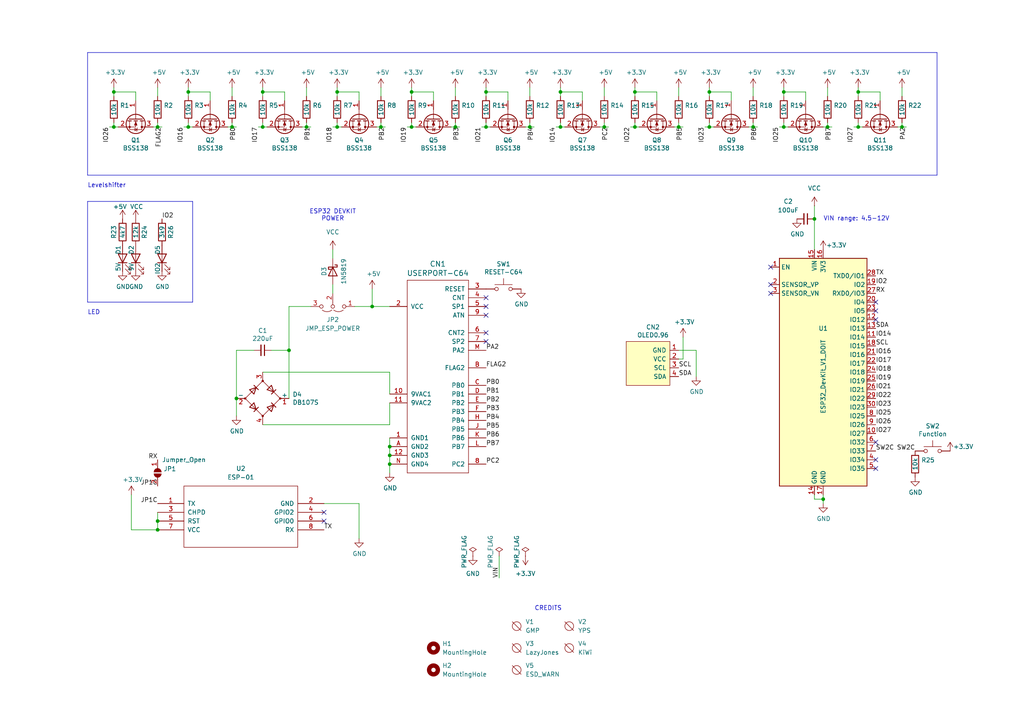
<source format=kicad_sch>
(kicad_sch (version 20231120) (generator "eeschema") (generator_version "8.0")
  (paper "A4")
  (title_block (title "WiC64 Plugin") (date "2024-05-26") (rev "0.6-Sukko") (comment 1 "(C) 2021 by GMP") (comment 2 "Modified by SukkoPera 2024") (comment 3 "https://github.com/SukkoPera/WiC64-Plus4"))
  (lib_symbols
    (symbol "Device:C_Small" (pin_numbers hide) (pin_names (offset 0.254) hide)
      (property "Reference" "C" (at 0.254 1.778 0))
      (property "Value" "C_Small" (at 0.254 -2.032 0))
      (symbol "C_Small_1_1"
        (pin passive line (at 0 2.54 270) (length 2.032) (name "~") (number "1"))
        (pin passive line (at 0 -2.54 90) (length 2.032) (name "~") (number "2"))
      )
    )
    (symbol "Device:D_Bridge_+-AA" (pin_names (offset 0))
      (property "Reference" "D" (at 2.54 6.985 0))
      (property "Value" "D_Bridge_+-AA" (at 2.54 5.08 0))
      (symbol "D_Bridge_+-AA_1_1"
        (pin passive line (at 7.62 0 180) (length 2.54) (name "+") (number "1"))
        (pin passive line (at -7.62 0 0) (length 2.54) (name "-") (number "2"))
        (pin passive line (at 0 7.62 270) (length 2.54) (name "~") (number "3"))
        (pin passive line (at 0 -7.62 90) (length 2.54) (name "~") (number "4"))
      )
    )
    (symbol "Device:D_Schottky" (pin_numbers hide) (pin_names (offset 1.016) hide)
      (property "Reference" "D" (at 0 2.54 0))
      (property "Value" "D_Schottky" (at 0 -2.54 0))
      (symbol "D_Schottky_1_1"
        (pin passive line (at -3.81 0 0) (length 2.54) (name "K") (number "1"))
        (pin passive line (at 3.81 0 180) (length 2.54) (name "A") (number "2"))
      )
    )
    (symbol "Device:LED" (pin_numbers hide) (pin_names (offset 1.016) hide)
      (property "Reference" "D" (at 0 2.54 0))
      (property "Value" "LED" (at 0 -2.54 0))
      (symbol "LED_1_1"
        (pin passive line (at -3.81 0 0) (length 2.54) (name "K") (number "1"))
        (pin passive line (at 3.81 0 180) (length 2.54) (name "A") (number "2"))
      )
    )
    (symbol "Device:R" (pin_numbers hide) (pin_names (offset 0))
      (property "Reference" "R" (at 2.032 0 90))
      (property "Value" "R" (at 0 0 90))
      (symbol "R_1_1"
        (pin passive line (at 0 3.81 270) (length 1.27) (name "~") (number "1"))
        (pin passive line (at 0 -3.81 90) (length 1.27) (name "~") (number "2"))
      )
    )
    (symbol "ESP8266:ESP-01" (pin_names (offset 1.016))
      (property "Reference" "U" (at 0 -2.54 0))
      (property "Value" "ESP-01" (at 0 2.54 0))
      (symbol "ESP-01_1_1"
        (pin output line (at -24.13 3.81 0) (length 7.62) (name "TX") (number "1"))
        (pin power_in line (at 24.13 3.81 180) (length 7.62) (name "GND") (number "2"))
        (pin input line (at -24.13 1.27 0) (length 7.62) (name "CHPD") (number "3"))
        (pin tri_state line (at 24.13 1.27 180) (length 7.62) (name "GPIO2") (number "4"))
        (pin input line (at -24.13 -1.27 0) (length 7.62) (name "RST") (number "5"))
        (pin tri_state line (at 24.13 -1.27 180) (length 7.62) (name "GPIO0") (number "6"))
        (pin power_in line (at -24.13 -3.81 0) (length 7.62) (name "VCC") (number "7"))
        (pin input line (at 24.13 -3.81 180) (length 7.62) (name "RX") (number "8"))
      )
    )
    (symbol "Jumper:Jumper_3_Open" (pin_names (offset 0) hide) (exclude_from_sim yes) (in_bom no)
      (property "Reference" "JP" (at -2.54 -2.54 0))
      (property "Value" "Jumper_3_Open" (at 0 2.794 0))
      (symbol "Jumper_3_Open_1_1"
        (pin passive line (at -6.35 0 0) (length 2.54) (name "A") (number "1"))
        (pin passive line (at 0 -3.81 90) (length 2.54) (name "C") (number "2"))
        (pin passive line (at 6.35 0 180) (length 2.54) (name "B") (number "3"))
      )
    )
    (symbol "Jumper:SolderJumper_2_Open" (pin_names (offset 0) hide)
      (property "Reference" "JP" (at 0 2.032 0))
      (property "Value" "SolderJumper_2_Open" (at 0 -2.54 0))
      (symbol "SolderJumper_2_Open_1_1"
        (pin passive line (at -3.81 0 0) (length 2.54) (name "A") (number "1"))
        (pin passive line (at 3.81 0 180) (length 2.54) (name "B") (number "2"))
      )
    )
    (symbol "Mechanical:MountingHole" (pin_names (offset 1.016)) (exclude_from_sim yes) (in_bom no)
      (property "Reference" "H" (at 0 5.08 0))
      (property "Value" "MountingHole" (at 0 3.175 0))
    )
    (symbol "SSD1306-128x64_OLED:SSD1306" (pin_names (offset 1.016))
      (property "Reference" "Brd" (at 0 -3.81 0))
      (property "Value" "SSD1306" (at 0 -1.27 0))
      (symbol "SSD1306_1_1"
        (pin input line (at -3.81 8.89 270) (length 2.54) (name "GND") (number "1"))
        (pin input line (at -1.27 8.89 270) (length 2.54) (name "VCC") (number "2"))
        (pin input line (at 1.27 8.89 270) (length 2.54) (name "SCL") (number "3"))
        (pin input line (at 3.81 8.89 270) (length 2.54) (name "SDA") (number "4"))
      )
    )
    (symbol "Switch:SW_Push" (pin_numbers hide) (pin_names (offset 1.016) hide)
      (property "Reference" "SW" (at 1.27 2.54 0))
      (property "Value" "SW_Push" (at 0 -1.524 0))
      (symbol "SW_Push_0_1"
        (pin passive line (at -5.08 0 0) (length 2.54) (name "1") (number "1"))
        (pin passive line (at 5.08 0 180) (length 2.54) (name "2") (number "2"))
      )
    )
    (symbol "Transistor_FET:BSS138" (pin_names hide)
      (property "Reference" "Q" (at 5.08 1.905 0))
      (property "Value" "BSS138" (at 5.08 0 0))
      (symbol "BSS138_1_1"
        (pin input line (at -5.08 0 0) (length 2.54) (name "G") (number "1"))
        (pin passive line (at 2.54 -5.08 90) (length 2.54) (name "S") (number "2"))
        (pin passive line (at 2.54 5.08 270) (length 2.54) (name "D") (number "3"))
      )
    )
    (symbol "cbm-connectors:USERPORT-C64-CONN" (pin_names (offset 1.016))
      (property "Reference" "CN" (at -10.16 28.448 0))
      (property "Value" "USERPORT-C64-CONN" (at -10.16 -30.48 0))
      (property "Footprint" "cbm-connectors:UPS24CONN" (at 0 0 0))
      (symbol "USERPORT-C64-CONN_1_0"
        (pin power_in line (at -15.24 -17.78 0) (length 5.08) (name "GND1") (number "1"))
        (pin power_out line (at -15.24 -5.08 0) (length 5.08) (name "9VAC1") (number "10"))
        (pin power_out line (at -15.24 -7.62 0) (length 5.08) (name "9VAC2") (number "11"))
        (pin power_in line (at -15.24 -22.86 0) (length 5.08) (name "GND3") (number "12"))
        (pin power_out line (at -15.24 20.32 0) (length 5.08) (name "VCC") (number "2"))
        (pin passive line (at 12.7 25.4 180) (length 5.08) (name "RESET") (number "3"))
        (pin input line (at 12.7 22.86 180) (length 5.08) (name "CNT") (number "4"))
        (pin bidirectional line (at 12.7 20.32 180) (length 5.08) (name "SP1") (number "5"))
        (pin input line (at 12.7 12.7 180) (length 5.08) (name "CNT2") (number "6"))
        (pin bidirectional line (at 12.7 10.16 180) (length 5.08) (name "SP2") (number "7"))
        (pin output line (at 12.7 -25.4 180) (length 5.08) (name "PC2") (number "8"))
        (pin output line (at 12.7 17.78 180) (length 5.08) (name "ATN") (number "9"))
        (pin power_in line (at -15.24 -20.32 0) (length 5.08) (name "GND2") (number "A"))
        (pin input line (at 12.7 2.54 180) (length 5.08) (name "FLAG2") (number "B"))
        (pin bidirectional line (at 12.7 -2.54 180) (length 5.08) (name "PB0") (number "C"))
        (pin bidirectional line (at 12.7 -5.08 180) (length 5.08) (name "PB1") (number "D"))
        (pin bidirectional line (at 12.7 -7.62 180) (length 5.08) (name "PB2") (number "E"))
        (pin bidirectional line (at 12.7 -10.16 180) (length 5.08) (name "PB3") (number "F"))
        (pin bidirectional line (at 12.7 -12.7 180) (length 5.08) (name "PB4") (number "H"))
        (pin bidirectional line (at 12.7 -15.24 180) (length 5.08) (name "PB5") (number "J"))
        (pin bidirectional line (at 12.7 -17.78 180) (length 5.08) (name "PB6") (number "K"))
        (pin bidirectional line (at 12.7 -20.32 180) (length 5.08) (name "PB7") (number "L"))
        (pin bidirectional line (at 12.7 7.62 180) (length 5.08) (name "PA2") (number "M"))
        (pin power_in line (at -15.24 -25.4 0) (length 5.08) (name "GND4") (number "N"))
      )
    )
    (symbol "esp32_devkit_v1_doit:ESP32_DevKit_V1_DOIT"
      (property "Reference" "U" (at -11.43 34.29 0))
      (property "Value" "ESP32_DevKit_V1_DOIT" (at 11.43 34.29 0))
      (symbol "ESP32_DevKit_V1_DOIT_1_1"
        (pin input line (at -15.24 30.48 0) (length 2.54) (name "EN") (number "1"))
        (pin bidirectional line (at 15.24 -17.78 180) (length 2.54) (name "IO27") (number "10"))
        (pin bidirectional line (at 15.24 10.16 180) (length 2.54) (name "IO14") (number "11"))
        (pin bidirectional line (at 15.24 15.24 180) (length 2.54) (name "IO12") (number "12"))
        (pin bidirectional line (at 15.24 12.7 180) (length 2.54) (name "IO13") (number "13"))
        (pin power_in line (at -2.54 -35.56 90) (length 2.54) (name "GND") (number "14"))
        (pin power_in line (at -2.54 35.56 270) (length 2.54) (name "VIN") (number "15"))
        (pin power_in line (at 0 35.56 270) (length 2.54) (name "3V3") (number "16"))
        (pin power_in line (at 0 -35.56 90) (length 2.54) (name "GND") (number "17"))
        (pin bidirectional line (at 15.24 7.62 180) (length 2.54) (name "IO15") (number "18"))
        (pin bidirectional line (at 15.24 25.4 180) (length 2.54) (name "IO2") (number "19"))
        (pin input line (at -15.24 25.4 0) (length 2.54) (name "SENSOR_VP") (number "2"))
        (pin bidirectional line (at 15.24 20.32 180) (length 2.54) (name "IO4") (number "20"))
        (pin bidirectional line (at 15.24 5.08 180) (length 2.54) (name "IO16") (number "21"))
        (pin bidirectional line (at 15.24 2.54 180) (length 2.54) (name "IO17") (number "22"))
        (pin bidirectional line (at 15.24 17.78 180) (length 2.54) (name "IO5") (number "23"))
        (pin bidirectional line (at 15.24 0 180) (length 2.54) (name "IO18") (number "24"))
        (pin bidirectional line (at 15.24 -2.54 180) (length 2.54) (name "IO19") (number "25"))
        (pin bidirectional line (at 15.24 -5.08 180) (length 2.54) (name "IO21") (number "26"))
        (pin bidirectional line (at 15.24 22.86 180) (length 2.54) (name "RXD0/IO3") (number "27"))
        (pin bidirectional line (at 15.24 27.94 180) (length 2.54) (name "TXD0/IO1") (number "28"))
        (pin bidirectional line (at 15.24 -7.62 180) (length 2.54) (name "IO22") (number "29"))
        (pin input line (at -15.24 22.86 0) (length 2.54) (name "SENSOR_VN") (number "3"))
        (pin bidirectional line (at 15.24 -10.16 180) (length 2.54) (name "IO23") (number "30"))
        (pin input line (at 15.24 -25.4 180) (length 2.54) (name "IO34") (number "4"))
        (pin input line (at 15.24 -27.94 180) (length 2.54) (name "IO35") (number "5"))
        (pin bidirectional line (at 15.24 -20.32 180) (length 2.54) (name "IO32") (number "6"))
        (pin bidirectional line (at 15.24 -22.86 180) (length 2.54) (name "IO33") (number "7"))
        (pin bidirectional line (at 15.24 -12.7 180) (length 2.54) (name "IO25") (number "8"))
        (pin bidirectional line (at 15.24 -15.24 180) (length 2.54) (name "IO26") (number "9"))
      )
    )
    (symbol "power:+3.3V" (power) (pin_names (offset 0))
      (property "Value" "+3.3V" (at 0 3.556 0))
      (symbol "+3.3V_1_1"
        (pin power_in line (at 0 0 90) (length 0) hide (name "+3.3V") (number "1"))
      )
    )
    (symbol "power:+5V" (power) (pin_names (offset 0))
      (property "Value" "+5V" (at 0 3.556 0))
      (symbol "+5V_1_1"
        (pin power_in line (at 0 0 90) (length 0) hide (name "+5V") (number "1"))
      )
    )
    (symbol "power:GND" (power) (pin_names (offset 0))
      (property "Value" "GND" (at 0 -3.81 0))
      (symbol "GND_1_1"
        (pin power_in line (at 0 0 270) (length 0) hide (name "GND") (number "1"))
      )
    )
    (symbol "power:PWR_FLAG" (power) (pin_numbers hide) (pin_names (offset 0) hide)
      (property "Value" "PWR_FLAG" (at 0 3.81 0))
      (symbol "PWR_FLAG_0_0"
        (pin power_out line (at 0 0 90) (length 0) (name "pwr") (number "1"))
      )
    )
    (symbol "power:VCC" (power) (pin_numbers hide) (pin_names (offset 0) hide)
      (property "Value" "VCC" (at 0 3.556 0))
      (symbol "VCC_1_1"
        (pin power_in line (at 0 0 90) (length 0) (name "~") (number "1"))
      )
    )
    (symbol "void:Void" (pin_numbers hide) (pin_names (offset 0) hide)
      (property "Reference" "V" (at 0 -2.54 0))
      (property "Value" "Void" (at 0 2.54 0))
    )
  )
  (junction (at 76.2 26.67))
  (junction (at 97.79 26.67))
  (junction (at 248.92 36.83))
  (junction (at 54.61 26.67))
  (junction (at 248.92 26.67))
  (junction (at 113.03 132.08))
  (junction (at 119.38 36.83))
  (junction (at 107.95 88.9))
  (junction (at 236.22 63.5))
  (junction (at 113.03 129.54))
  (junction (at 33.02 26.67))
  (junction (at 175.26 36.83))
  (junction (at 45.72 153.67))
  (junction (at 261.62 36.83))
  (junction (at 83.82 101.6))
  (junction (at 205.74 36.83))
  (junction (at 140.97 26.67))
  (junction (at 227.33 36.83))
  (junction (at 196.85 36.83))
  (junction (at 205.74 26.67))
  (junction (at 240.03 36.83))
  (junction (at 162.56 26.67))
  (junction (at 88.9 36.83))
  (junction (at 119.38 26.67))
  (junction (at 140.97 36.83))
  (junction (at 113.03 134.62))
  (junction (at 54.61 36.83))
  (junction (at 110.49 36.83))
  (junction (at 218.44 36.83))
  (junction (at 153.67 36.83))
  (junction (at 227.33 26.67))
  (junction (at 132.08 36.83))
  (junction (at 45.72 151.13))
  (junction (at 184.15 36.83))
  (junction (at 68.58 115.57))
  (junction (at 33.02 36.83))
  (junction (at 76.2 36.83))
  (junction (at 97.79 36.83))
  (junction (at 162.56 36.83))
  (junction (at 45.72 36.83))
  (junction (at 238.76 144.78))
  (junction (at 184.15 26.67))
  (junction (at 67.31 36.83))
  (no_connect (at 254 92.71))
  (no_connect (at 254 133.35))
  (no_connect (at 93.98 148.59))
  (no_connect (at 140.97 91.44))
  (no_connect (at 254 135.89))
  (no_connect (at 140.97 86.36))
  (no_connect (at 254 87.63))
  (no_connect (at 254 90.17))
  (no_connect (at 140.97 88.9))
  (no_connect (at 254 128.27))
  (no_connect (at 223.52 82.55))
  (no_connect (at 223.52 85.09))
  (no_connect (at 140.97 96.52))
  (no_connect (at 223.52 77.47))
  (no_connect (at 93.98 151.13))
  (no_connect (at 140.97 99.06))
  (wire (pts (xy 120.65 36.83) (xy 119.38 36.83)))
  (wire (pts (xy 173.99 36.83) (xy 175.26 36.83)))
  (wire (pts (xy 140.97 27.94) (xy 140.97 26.67)))
  (wire (pts (xy 147.32 29.21) (xy 147.32 26.67)))
  (wire (pts (xy 175.26 27.94) (xy 175.26 25.4)))
  (wire (pts (xy 109.22 36.83) (xy 110.49 36.83)))
  (wire (pts (xy 38.1 143.51) (xy 38.1 153.67)))
  (wire (pts (xy 184.15 36.83) (xy 184.15 35.56)))
  (wire (pts (xy 33.02 36.83) (xy 33.02 35.56)))
  (wire (pts (xy 248.92 36.83) (xy 248.92 35.56)))
  (wire (pts (xy 97.79 36.83) (xy 97.79 35.56)))
  (wire (pts (xy 207.01 36.83) (xy 205.74 36.83)))
  (wire (pts (xy 153.67 27.94) (xy 153.67 25.4)))
  (wire (pts (xy 147.32 26.67) (xy 140.97 26.67)))
  (polyline (pts (xy 271.78 50.8) (xy 25.4 50.8)))
  (wire (pts (xy 97.79 26.67) (xy 97.79 25.4)))
  (wire (pts (xy 175.26 36.83) (xy 175.26 35.56)))
  (wire (pts (xy 162.56 36.83) (xy 161.29 36.83)))
  (wire (pts (xy 248.92 36.83) (xy 247.65 36.83)))
  (wire (pts (xy 119.38 27.94) (xy 119.38 26.67)))
  (wire (pts (xy 119.38 26.67) (xy 119.38 25.4)))
  (wire (pts (xy 113.03 137.16) (xy 113.03 134.62)))
  (wire (pts (xy 82.55 26.67) (xy 76.2 26.67)))
  (wire (pts (xy 205.74 26.67) (xy 205.74 25.4)))
  (wire (pts (xy 227.33 26.67) (xy 227.33 25.4)))
  (wire (pts (xy 76.2 26.67) (xy 76.2 25.4)))
  (polyline (pts (xy 25.4 58.42) (xy 55.88 58.42)))
  (wire (pts (xy 54.61 27.94) (xy 54.61 26.67)))
  (wire (pts (xy 190.5 26.67) (xy 184.15 26.67)))
  (wire (pts (xy 152.4 36.83) (xy 153.67 36.83)))
  (wire (pts (xy 34.29 36.83) (xy 33.02 36.83)))
  (wire (pts (xy 217.17 36.83) (xy 218.44 36.83)))
  (wire (pts (xy 113.03 132.08) (xy 113.03 129.54)))
  (wire (pts (xy 45.72 36.83) (xy 45.72 35.56)))
  (wire (pts (xy 240.03 27.94) (xy 240.03 25.4)))
  (wire (pts (xy 238.76 143.51) (xy 238.76 144.78)))
  (wire (pts (xy 248.92 27.94) (xy 248.92 26.67)))
  (wire (pts (xy 227.33 27.94) (xy 227.33 26.67)))
  (wire (pts (xy 97.79 27.94) (xy 97.79 26.67)))
  (wire (pts (xy 228.6 36.83) (xy 227.33 36.83)))
  (wire (pts (xy 45.72 151.13) (xy 45.72 153.67)))
  (wire (pts (xy 104.14 26.67) (xy 97.79 26.67)))
  (wire (pts (xy 96.52 82.55) (xy 96.52 85.09)))
  (wire (pts (xy 110.49 36.83) (xy 110.49 35.56)))
  (wire (pts (xy 168.91 29.21) (xy 168.91 26.67)))
  (wire (pts (xy 39.37 26.67) (xy 33.02 26.67)))
  (wire (pts (xy 119.38 36.83) (xy 119.38 35.56)))
  (wire (pts (xy 76.2 36.83) (xy 74.93 36.83)))
  (wire (pts (xy 60.96 26.67) (xy 54.61 26.67)))
  (wire (pts (xy 261.62 36.83) (xy 261.62 35.56)))
  (wire (pts (xy 107.95 88.9) (xy 107.95 83.82)))
  (wire (pts (xy 140.97 36.83) (xy 139.7 36.83)))
  (wire (pts (xy 125.73 26.67) (xy 119.38 26.67)))
  (wire (pts (xy 240.03 36.83) (xy 241.3 36.83)))
  (wire (pts (xy 38.1 153.67) (xy 45.72 153.67)))
  (wire (pts (xy 67.31 36.83) (xy 67.31 35.56)))
  (wire (pts (xy 196.85 27.94) (xy 196.85 25.4)))
  (wire (pts (xy 195.58 36.83) (xy 196.85 36.83)))
  (wire (pts (xy 212.09 29.21) (xy 212.09 26.67)))
  (wire (pts (xy 205.74 27.94) (xy 205.74 26.67)))
  (wire (pts (xy 54.61 36.83) (xy 53.34 36.83)))
  (wire (pts (xy 76.2 123.19) (xy 113.03 123.19)))
  (polyline (pts (xy 25.4 58.42) (xy 25.4 87.63)))
  (wire (pts (xy 132.08 27.94) (xy 132.08 25.4)))
  (wire (pts (xy 45.72 36.83) (xy 46.99 36.83)))
  (wire (pts (xy 73.66 101.6) (xy 68.58 101.6)))
  (wire (pts (xy 260.35 36.83) (xy 261.62 36.83)))
  (wire (pts (xy 144.78 161.29) (xy 144.78 167.64)))
  (wire (pts (xy 88.9 36.83) (xy 88.9 35.56)))
  (wire (pts (xy 162.56 26.67) (xy 162.56 25.4)))
  (wire (pts (xy 238.76 36.83) (xy 240.03 36.83)))
  (wire (pts (xy 97.79 36.83) (xy 96.52 36.83)))
  (wire (pts (xy 104.14 146.05) (xy 104.14 156.21)))
  (wire (pts (xy 168.91 26.67) (xy 162.56 26.67)))
  (wire (pts (xy 113.03 123.19) (xy 113.03 116.84)))
  (wire (pts (xy 205.74 36.83) (xy 204.47 36.83)))
  (wire (pts (xy 196.85 104.14) (xy 198.12 104.14)))
  (wire (pts (xy 196.85 101.6) (xy 201.93 101.6)))
  (wire (pts (xy 119.38 36.83) (xy 118.11 36.83)))
  (wire (pts (xy 113.03 88.9) (xy 107.95 88.9)))
  (wire (pts (xy 236.22 63.5) (xy 236.22 72.39)))
  (wire (pts (xy 54.61 36.83) (xy 54.61 35.56)))
  (wire (pts (xy 198.12 104.14) (xy 198.12 97.79)))
  (wire (pts (xy 102.87 88.9) (xy 107.95 88.9)))
  (wire (pts (xy 113.03 129.54) (xy 113.03 127)))
  (wire (pts (xy 125.73 29.21) (xy 125.73 26.67)))
  (polyline (pts (xy 271.78 15.24) (xy 271.78 50.8)))
  (wire (pts (xy 104.14 29.21) (xy 104.14 26.67)))
  (wire (pts (xy 66.04 36.83) (xy 67.31 36.83)))
  (wire (pts (xy 33.02 26.67) (xy 33.02 25.4)))
  (wire (pts (xy 142.24 36.83) (xy 140.97 36.83)))
  (wire (pts (xy 110.49 36.83) (xy 111.76 36.83)))
  (wire (pts (xy 248.92 26.67) (xy 248.92 25.4)))
  (wire (pts (xy 67.31 36.83) (xy 68.58 36.83)))
  (wire (pts (xy 163.83 36.83) (xy 162.56 36.83)))
  (wire (pts (xy 261.62 36.83) (xy 262.89 36.83)))
  (wire (pts (xy 153.67 36.83) (xy 153.67 35.56)))
  (wire (pts (xy 236.22 63.5) (xy 236.22 59.69)))
  (wire (pts (xy 45.72 27.94) (xy 45.72 25.4)))
  (wire (pts (xy 205.74 36.83) (xy 205.74 35.56)))
  (wire (pts (xy 55.88 36.83) (xy 54.61 36.83)))
  (wire (pts (xy 67.31 27.94) (xy 67.31 25.4)))
  (polyline (pts (xy 25.4 15.24) (xy 271.78 15.24)))
  (wire (pts (xy 33.02 36.83) (xy 31.75 36.83)))
  (wire (pts (xy 88.9 27.94) (xy 88.9 25.4)))
  (wire (pts (xy 132.08 36.83) (xy 133.35 36.83)))
  (wire (pts (xy 140.97 36.83) (xy 140.97 35.56)))
  (wire (pts (xy 78.74 101.6) (xy 83.82 101.6)))
  (wire (pts (xy 238.76 144.78) (xy 238.76 146.05)))
  (wire (pts (xy 184.15 36.83) (xy 182.88 36.83)))
  (wire (pts (xy 76.2 107.95) (xy 113.03 107.95)))
  (wire (pts (xy 83.82 88.9) (xy 90.17 88.9)))
  (wire (pts (xy 236.22 144.78) (xy 238.76 144.78)))
  (wire (pts (xy 261.62 27.94) (xy 261.62 25.4)))
  (wire (pts (xy 196.85 36.83) (xy 198.12 36.83)))
  (polyline (pts (xy 25.4 15.24) (xy 25.4 50.8)))
  (wire (pts (xy 83.82 101.6) (xy 83.82 115.57)))
  (wire (pts (xy 184.15 27.94) (xy 184.15 26.67)))
  (wire (pts (xy 76.2 27.94) (xy 76.2 26.67)))
  (wire (pts (xy 54.61 26.67) (xy 54.61 25.4)))
  (wire (pts (xy 185.42 36.83) (xy 184.15 36.83)))
  (wire (pts (xy 77.47 36.83) (xy 76.2 36.83)))
  (wire (pts (xy 240.03 36.83) (xy 240.03 35.56)))
  (wire (pts (xy 83.82 88.9) (xy 83.82 101.6)))
  (wire (pts (xy 250.19 36.83) (xy 248.92 36.83)))
  (wire (pts (xy 113.03 107.95) (xy 113.03 114.3)))
  (wire (pts (xy 96.52 72.39) (xy 96.52 74.93)))
  (wire (pts (xy 153.67 36.83) (xy 154.94 36.83)))
  (wire (pts (xy 76.2 36.83) (xy 76.2 35.56)))
  (wire (pts (xy 132.08 36.83) (xy 132.08 35.56)))
  (wire (pts (xy 39.37 29.21) (xy 39.37 26.67)))
  (wire (pts (xy 45.72 148.59) (xy 45.72 151.13)))
  (wire (pts (xy 233.68 29.21) (xy 233.68 26.67)))
  (wire (pts (xy 233.68 26.67) (xy 227.33 26.67)))
  (wire (pts (xy 60.96 29.21) (xy 60.96 26.67)))
  (polyline (pts (xy 55.88 58.42) (xy 55.88 87.63)))
  (wire (pts (xy 87.63 36.83) (xy 88.9 36.83)))
  (wire (pts (xy 218.44 36.83) (xy 218.44 35.56)))
  (wire (pts (xy 93.98 146.05) (xy 104.14 146.05)))
  (wire (pts (xy 175.26 36.83) (xy 176.53 36.83)))
  (wire (pts (xy 255.27 26.67) (xy 248.92 26.67)))
  (wire (pts (xy 227.33 36.83) (xy 227.33 35.56)))
  (wire (pts (xy 88.9 36.83) (xy 90.17 36.83)))
  (wire (pts (xy 184.15 26.67) (xy 184.15 25.4)))
  (wire (pts (xy 68.58 120.65) (xy 68.58 115.57)))
  (wire (pts (xy 99.06 36.83) (xy 97.79 36.83)))
  (wire (pts (xy 113.03 134.62) (xy 113.03 132.08)))
  (wire (pts (xy 130.81 36.83) (xy 132.08 36.83)))
  (wire (pts (xy 162.56 27.94) (xy 162.56 26.67)))
  (wire (pts (xy 218.44 27.94) (xy 218.44 25.4)))
  (wire (pts (xy 227.33 36.83) (xy 226.06 36.83)))
  (wire (pts (xy 82.55 29.21) (xy 82.55 26.67)))
  (wire (pts (xy 68.58 101.6) (xy 68.58 115.57)))
  (wire (pts (xy 110.49 27.94) (xy 110.49 25.4)))
  (wire (pts (xy 255.27 29.21) (xy 255.27 26.67)))
  (wire (pts (xy 236.22 143.51) (xy 236.22 144.78)))
  (wire (pts (xy 140.97 26.67) (xy 140.97 25.4)))
  (wire (pts (xy 190.5 29.21) (xy 190.5 26.67)))
  (wire (pts (xy 212.09 26.67) (xy 205.74 26.67)))
  (wire (pts (xy 44.45 36.83) (xy 45.72 36.83)))
  (polyline (pts (xy 55.88 87.63) (xy 25.4 87.63)))
  (wire (pts (xy 218.44 36.83) (xy 219.71 36.83)))
  (wire (pts (xy 33.02 27.94) (xy 33.02 26.67)))
  (wire (pts (xy 201.93 101.6) (xy 201.93 109.22)))
  (wire (pts (xy 162.56 36.83) (xy 162.56 35.56)))
  (wire (pts (xy 196.85 36.83) (xy 196.85 35.56)))
  (text "VIN range: 4.5-12V" (at 248.412 63.5 0) (effects (font (size 1.27 1.27))))
  (text "CREDITS" (at 159.004 176.53 0) (effects (font (size 1.27 1.27))))
  (text "Levelshifter" (at 25.4 54.61 0) (effects (font (size 1.27 1.27)) (justify left bottom)))
  (text "LED" (at 25.4 91.44 0) (effects (font (size 1.27 1.27)) (justify left bottom)))
  (text "ESP32 DEVKIT\nPOWER" (at 96.52 62.484 0) (effects (font (size 1.27 1.27))))
  (label "SW2C" (at 254 130.81 0))
  (label "PB5" (at 198.12 36.83 270))
  (label "IO21" (at 254 113.03 0))
  (label "FLAG2" (at 140.97 106.68 0))
  (label "IO16" (at 254 102.87 0))
  (label "IO21" (at 139.7 36.83 270))
  (label "VIN" (at 144.78 167.64 90))
  (label "IO17" (at 254 105.41 0))
  (label "PB5" (at 140.97 124.46 0))
  (label "PC2" (at 140.97 134.62 0))
  (label "PB0" (at 140.97 111.76 0))
  (label "IO17" (at 74.93 36.83 270))
  (label "PC2" (at 176.53 36.83 270))
  (label "IO23" (at 204.47 36.83 270))
  (label "IO14" (at 254 97.79 0))
  (label "PB7" (at 140.97 129.54 0))
  (label "PB4" (at 154.94 36.83 270))
  (label "PB6" (at 140.97 127 0))
  (label "FLAG2" (at 46.99 36.83 270))
  (label "PA2" (at 262.89 36.83 270))
  (label "IO2" (at 254 82.55 0))
  (label "IO18" (at 96.52 36.83 270))
  (label "IO27" (at 247.65 36.83 270))
  (label "IO19" (at 118.11 36.83 270))
  (label "IO26" (at 254 123.19 0))
  (label "RX" (at 254 85.09 0))
  (label "RX" (at 45.72 133.35 180))
  (label "PB3" (at 140.97 119.38 0))
  (label "JP1C" (at 45.72 140.97 180))
  (label "PB4" (at 140.97 121.92 0))
  (label "PB3" (at 133.35 36.83 270))
  (label "IO25" (at 254 120.65 0))
  (label "SCL" (at 254 100.33 0))
  (label "IO25" (at 226.06 36.83 270))
  (label "PB7" (at 241.3 36.83 270))
  (label "PB2" (at 111.76 36.83 270))
  (label "IO18" (at 254 107.95 0))
  (label "PB0" (at 68.58 36.83 270))
  (label "SW2C" (at 265.43 130.81 180))
  (label "IO23" (at 254 118.11 0))
  (label "PB1" (at 90.17 36.83 270))
  (label "IO19" (at 254 110.49 0))
  (label "TX" (at 254 80.01 0))
  (label "PA2" (at 140.97 101.6 0))
  (label "IO27" (at 254 125.73 0))
  (label "SDA" (at 196.85 109.22 0))
  (label "SDA" (at 254 95.25 0))
  (label "PB1" (at 140.97 114.3 0))
  (label "IO2" (at 46.99 63.5 0))
  (label "PB6" (at 219.71 36.83 270))
  (label "IO14" (at 161.29 36.83 270))
  (label "JP1C" (at 45.72 146.05 180))
  (label "IO22" (at 182.88 36.83 270))
  (label "IO16" (at 53.34 36.83 270))
  (label "PB2" (at 140.97 116.84 0))
  (label "IO26" (at 31.75 36.83 270))
  (label "IO22" (at 254 115.57 0))
  (label "TX" (at 93.98 153.67 0))
  (label "SCL" (at 196.85 106.68 0))
  (symbol (lib_id "cbm-connectors:USERPORT-C64-CONN") (at 128.27 109.22 0) (unit 1)
    (property "Reference" "CN1" (at 127 76.5556 0) (effects (font (size 1.4986 1.4986))))
    (property "Value" "USERPORT-C64" (at 127 79.2226 0) (effects (font (size 1.4986 1.4986))))
    (property "Footprint" "cbm-connectors:UPS24CONN" (effects (hide yes)))
  )
  (symbol (lib_id "power:GND") (at 113.03 137.16 0) (unit 1)
    (property "Reference" "#PWR031" (effects (hide yes)))
    (property "Value" "GND" (at 113.157 141.5542 0))
  )
  (symbol (lib_id "power:+5V") (at 107.95 83.82 0) (unit 1)
    (property "Reference" "#PWR028" (effects (hide yes)))
    (property "Value" "+5V" (at 108.331 79.4258 0))
  )
  (symbol (lib_id "Switch:SW_Push") (at 146.05 83.82 0) (unit 1)
    (property "Reference" "SW1" (at 146.05 76.581 0))
    (property "Value" "RESET-C64" (at 146.05 78.8924 0))
    (property "Footprint" "Button_Switch_THT:SW_Tactile_SPST_Angled_PTS645Vx58-2LFS" (effects (hide yes)))
    (property "LCSC" "C406160" (effects (hide yes)))
  )
  (symbol (lib_id "power:GND") (at 151.13 83.82 0) (unit 1)
    (property "Reference" "#PWR029" (effects (hide yes)))
    (property "Value" "GND" (at 151.257 88.2142 0))
  )
  (symbol (lib_id "esp32_devkit_v1_doit:ESP32_DevKit_V1_DOIT") (at 238.76 107.95 0) (unit 1)
    (property "Reference" "U1" (at 238.76 95.25 0))
    (property "Value" "ESP32_DevKit_V1_DOIT" (at 238.76 109.22 90))
    (property "Footprint" "WiC64:esp32_devkit_v1_doit" (effects (hide yes)))
    (property "Datasheet" "https://aliexpress.com/item/32864722159.html" (effects (hide yes)))
  )
  (symbol (lib_id "Transistor_FET:BSS138") (at 39.37 34.29 270) (unit 1)
    (property "Reference" "Q1" (at 39.37 40.64 90))
    (property "Value" "BSS138" (at 39.37 42.9514 90))
    (property "Footprint" "Package_TO_SOT_SMD:SOT-23" (effects (hide yes)))
    (property "Datasheet" "https://www.fairchildsemi.com/datasheets/BS/BSS138.pdf" (effects (hide yes)))
    (property "LCSC" "C112239" (effects (hide yes)))
  )
  (symbol (lib_id "Device:R") (at 33.02 31.75 0) (unit 1)
    (property "Reference" "R1" (at 34.798 30.5816 0) (effects (justify left)))
    (property "Value" "10k" (at 33.02 31.75 90))
    (property "Footprint" "Resistor_SMD:R_0805_2012Metric_Pad1.20x1.40mm_HandSolder" (effects (hide yes)))
    (property "LCSC" "C25804" (effects (hide yes)))
  )
  (symbol (lib_id "power:+3.3V") (at 33.02 25.4 0) (unit 1)
    (property "Reference" "#PWR01" (effects (hide yes)))
    (property "Value" "+3.3V" (at 33.401 21.0058 0))
  )
  (symbol (lib_id "power:+5V") (at 45.72 25.4 0) (unit 1)
    (property "Reference" "#PWR02" (effects (hide yes)))
    (property "Value" "+5V" (at 46.101 21.0058 0))
  )
  (symbol (lib_id "Device:R") (at 45.72 31.75 0) (unit 1)
    (property "Reference" "R2" (at 47.498 30.5816 0) (effects (justify left)))
    (property "Value" "10k" (at 45.72 31.75 90))
    (property "Footprint" "Resistor_SMD:R_0805_2012Metric_Pad1.20x1.40mm_HandSolder" (effects (hide yes)))
    (property "LCSC" "C25804" (effects (hide yes)))
  )
  (symbol (lib_id "Transistor_FET:BSS138") (at 60.96 34.29 270) (unit 1)
    (property "Reference" "Q2" (at 60.96 40.64 90))
    (property "Value" "BSS138" (at 60.96 42.9514 90))
    (property "Footprint" "Package_TO_SOT_SMD:SOT-23" (effects (hide yes)))
    (property "Datasheet" "https://www.fairchildsemi.com/datasheets/BS/BSS138.pdf" (effects (hide yes)))
    (property "LCSC" "C112239" (effects (hide yes)))
  )
  (symbol (lib_id "Device:R") (at 54.61 31.75 0) (unit 1)
    (property "Reference" "R3" (at 56.388 30.5816 0) (effects (justify left)))
    (property "Value" "10k" (at 54.61 31.75 90))
    (property "Footprint" "Resistor_SMD:R_0805_2012Metric_Pad1.20x1.40mm_HandSolder" (effects (hide yes)))
    (property "LCSC" "C25804" (effects (hide yes)))
  )
  (symbol (lib_id "power:+3.3V") (at 54.61 25.4 0) (unit 1)
    (property "Reference" "#PWR03" (effects (hide yes)))
    (property "Value" "+3.3V" (at 54.991 21.0058 0))
  )
  (symbol (lib_id "power:+5V") (at 67.31 25.4 0) (unit 1)
    (property "Reference" "#PWR04" (effects (hide yes)))
    (property "Value" "+5V" (at 67.691 21.0058 0))
  )
  (symbol (lib_id "Device:R") (at 67.31 31.75 0) (unit 1)
    (property "Reference" "R4" (at 69.088 30.5816 0) (effects (justify left)))
    (property "Value" "10k" (at 67.31 31.75 90))
    (property "Footprint" "Resistor_SMD:R_0805_2012Metric_Pad1.20x1.40mm_HandSolder" (effects (hide yes)))
    (property "LCSC" "C25804" (effects (hide yes)))
  )
  (symbol (lib_id "Transistor_FET:BSS138") (at 82.55 34.29 270) (unit 1)
    (property "Reference" "Q3" (at 82.55 40.64 90))
    (property "Value" "BSS138" (at 82.55 42.9514 90))
    (property "Footprint" "Package_TO_SOT_SMD:SOT-23" (effects (hide yes)))
    (property "Datasheet" "https://www.fairchildsemi.com/datasheets/BS/BSS138.pdf" (effects (hide yes)))
    (property "LCSC" "C112239" (effects (hide yes)))
  )
  (symbol (lib_id "Device:R") (at 76.2 31.75 0) (unit 1)
    (property "Reference" "R5" (at 77.978 30.5816 0) (effects (justify left)))
    (property "Value" "10k" (at 76.2 31.75 90))
    (property "Footprint" "Resistor_SMD:R_0805_2012Metric_Pad1.20x1.40mm_HandSolder" (effects (hide yes)))
    (property "LCSC" "C25804" (effects (hide yes)))
  )
  (symbol (lib_id "power:+3.3V") (at 76.2 25.4 0) (unit 1)
    (property "Reference" "#PWR05" (effects (hide yes)))
    (property "Value" "+3.3V" (at 76.581 21.0058 0))
  )
  (symbol (lib_id "power:+5V") (at 88.9 25.4 0) (unit 1)
    (property "Reference" "#PWR06" (effects (hide yes)))
    (property "Value" "+5V" (at 89.281 21.0058 0))
  )
  (symbol (lib_id "Device:R") (at 88.9 31.75 0) (unit 1)
    (property "Reference" "R6" (at 90.678 30.5816 0) (effects (justify left)))
    (property "Value" "10k" (at 88.9 31.75 90))
    (property "Footprint" "Resistor_SMD:R_0805_2012Metric_Pad1.20x1.40mm_HandSolder" (effects (hide yes)))
    (property "LCSC" "C25804" (effects (hide yes)))
  )
  (symbol (lib_id "Transistor_FET:BSS138") (at 104.14 34.29 270) (unit 1)
    (property "Reference" "Q4" (at 104.14 40.64 90))
    (property "Value" "BSS138" (at 104.14 42.9514 90))
    (property "Footprint" "Package_TO_SOT_SMD:SOT-23" (effects (hide yes)))
    (property "Datasheet" "https://www.fairchildsemi.com/datasheets/BS/BSS138.pdf" (effects (hide yes)))
    (property "LCSC" "C112239" (effects (hide yes)))
  )
  (symbol (lib_id "Device:R") (at 97.79 31.75 0) (unit 1)
    (property "Reference" "R7" (at 99.568 30.5816 0) (effects (justify left)))
    (property "Value" "10k" (at 97.79 31.75 90))
    (property "Footprint" "Resistor_SMD:R_0805_2012Metric_Pad1.20x1.40mm_HandSolder" (effects (hide yes)))
    (property "LCSC" "C25804" (effects (hide yes)))
  )
  (symbol (lib_id "power:+3.3V") (at 97.79 25.4 0) (unit 1)
    (property "Reference" "#PWR07" (effects (hide yes)))
    (property "Value" "+3.3V" (at 98.171 21.0058 0))
  )
  (symbol (lib_id "power:+5V") (at 110.49 25.4 0) (unit 1)
    (property "Reference" "#PWR08" (effects (hide yes)))
    (property "Value" "+5V" (at 110.871 21.0058 0))
  )
  (symbol (lib_id "Device:R") (at 110.49 31.75 0) (unit 1)
    (property "Reference" "R8" (at 112.268 30.5816 0) (effects (justify left)))
    (property "Value" "10k" (at 110.49 31.75 90))
    (property "Footprint" "Resistor_SMD:R_0805_2012Metric_Pad1.20x1.40mm_HandSolder" (effects (hide yes)))
    (property "LCSC" "C25804" (effects (hide yes)))
  )
  (symbol (lib_id "Transistor_FET:BSS138") (at 125.73 34.29 270) (unit 1)
    (property "Reference" "Q5" (at 125.73 40.64 90))
    (property "Value" "BSS138" (at 125.73 42.9514 90))
    (property "Footprint" "Package_TO_SOT_SMD:SOT-23" (effects (hide yes)))
    (property "Datasheet" "https://www.fairchildsemi.com/datasheets/BS/BSS138.pdf" (effects (hide yes)))
    (property "LCSC" "C112239" (effects (hide yes)))
  )
  (symbol (lib_id "Device:R") (at 119.38 31.75 0) (unit 1)
    (property "Reference" "R9" (at 121.158 30.5816 0) (effects (justify left)))
    (property "Value" "10k" (at 119.38 31.75 90))
    (property "Footprint" "Resistor_SMD:R_0805_2012Metric_Pad1.20x1.40mm_HandSolder" (effects (hide yes)))
    (property "LCSC" "C25804" (effects (hide yes)))
  )
  (symbol (lib_id "power:+3.3V") (at 119.38 25.4 0) (unit 1)
    (property "Reference" "#PWR09" (effects (hide yes)))
    (property "Value" "+3.3V" (at 119.761 21.0058 0))
  )
  (symbol (lib_id "power:+5V") (at 132.08 25.4 0) (unit 1)
    (property "Reference" "#PWR010" (effects (hide yes)))
    (property "Value" "+5V" (at 132.461 21.0058 0))
  )
  (symbol (lib_id "Device:R") (at 132.08 31.75 0) (unit 1)
    (property "Reference" "R10" (at 133.858 30.5816 0) (effects (justify left)))
    (property "Value" "10k" (at 132.08 31.75 90))
    (property "Footprint" "Resistor_SMD:R_0805_2012Metric_Pad1.20x1.40mm_HandSolder" (effects (hide yes)))
    (property "LCSC" "C25804" (effects (hide yes)))
  )
  (symbol (lib_id "Transistor_FET:BSS138") (at 147.32 34.29 270) (unit 1)
    (property "Reference" "Q6" (at 147.32 40.64 90))
    (property "Value" "BSS138" (at 147.32 42.9514 90))
    (property "Footprint" "Package_TO_SOT_SMD:SOT-23" (effects (hide yes)))
    (property "Datasheet" "https://www.fairchildsemi.com/datasheets/BS/BSS138.pdf" (effects (hide yes)))
    (property "LCSC" "C112239" (effects (hide yes)))
  )
  (symbol (lib_id "Device:R") (at 140.97 31.75 0) (unit 1)
    (property "Reference" "R11" (at 142.748 30.5816 0) (effects (justify left)))
    (property "Value" "10k" (at 140.97 31.75 90))
    (property "Footprint" "Resistor_SMD:R_0805_2012Metric_Pad1.20x1.40mm_HandSolder" (effects (hide yes)))
    (property "LCSC" "C25804" (effects (hide yes)))
  )
  (symbol (lib_id "power:+3.3V") (at 140.97 25.4 0) (unit 1)
    (property "Reference" "#PWR011" (effects (hide yes)))
    (property "Value" "+3.3V" (at 141.351 21.0058 0))
  )
  (symbol (lib_id "power:+5V") (at 153.67 25.4 0) (unit 1)
    (property "Reference" "#PWR012" (effects (hide yes)))
    (property "Value" "+5V" (at 154.051 21.0058 0))
  )
  (symbol (lib_id "Device:R") (at 153.67 31.75 0) (unit 1)
    (property "Reference" "R12" (at 155.448 30.5816 0) (effects (justify left)))
    (property "Value" "10k" (at 153.67 31.75 90))
    (property "Footprint" "Resistor_SMD:R_0805_2012Metric_Pad1.20x1.40mm_HandSolder" (effects (hide yes)))
    (property "LCSC" "C25804" (effects (hide yes)))
  )
  (symbol (lib_id "Transistor_FET:BSS138") (at 168.91 34.29 270) (unit 1)
    (property "Reference" "Q7" (at 168.91 40.64 90))
    (property "Value" "BSS138" (at 168.91 42.9514 90))
    (property "Footprint" "Package_TO_SOT_SMD:SOT-23" (effects (hide yes)))
    (property "Datasheet" "https://www.fairchildsemi.com/datasheets/BS/BSS138.pdf" (effects (hide yes)))
    (property "LCSC" "C112239" (effects (hide yes)))
  )
  (symbol (lib_id "Device:R") (at 162.56 31.75 0) (unit 1)
    (property "Reference" "R13" (at 164.338 30.5816 0) (effects (justify left)))
    (property "Value" "10k" (at 162.56 31.75 90))
    (property "Footprint" "Resistor_SMD:R_0805_2012Metric_Pad1.20x1.40mm_HandSolder" (effects (hide yes)))
    (property "LCSC" "C25804" (effects (hide yes)))
  )
  (symbol (lib_id "power:+3.3V") (at 162.56 25.4 0) (unit 1)
    (property "Reference" "#PWR013" (effects (hide yes)))
    (property "Value" "+3.3V" (at 162.941 21.0058 0))
  )
  (symbol (lib_id "power:+5V") (at 175.26 25.4 0) (unit 1)
    (property "Reference" "#PWR014" (effects (hide yes)))
    (property "Value" "+5V" (at 175.641 21.0058 0))
  )
  (symbol (lib_id "Device:R") (at 175.26 31.75 0) (unit 1)
    (property "Reference" "R14" (at 177.038 30.5816 0) (effects (justify left)))
    (property "Value" "10k" (at 175.26 31.75 90))
    (property "Footprint" "Resistor_SMD:R_0805_2012Metric_Pad1.20x1.40mm_HandSolder" (effects (hide yes)))
    (property "LCSC" "C25804" (effects (hide yes)))
  )
  (symbol (lib_id "Transistor_FET:BSS138") (at 190.5 34.29 270) (unit 1)
    (property "Reference" "Q8" (at 190.5 40.64 90))
    (property "Value" "BSS138" (at 190.5 42.9514 90))
    (property "Footprint" "Package_TO_SOT_SMD:SOT-23" (effects (hide yes)))
    (property "Datasheet" "https://www.fairchildsemi.com/datasheets/BS/BSS138.pdf" (effects (hide yes)))
    (property "LCSC" "C112239" (effects (hide yes)))
  )
  (symbol (lib_id "Device:R") (at 184.15 31.75 0) (unit 1)
    (property "Reference" "R15" (at 185.928 30.5816 0) (effects (justify left)))
    (property "Value" "10k" (at 184.15 31.75 90))
    (property "Footprint" "Resistor_SMD:R_0805_2012Metric_Pad1.20x1.40mm_HandSolder" (effects (hide yes)))
    (property "LCSC" "C25804" (effects (hide yes)))
  )
  (symbol (lib_id "power:+3.3V") (at 184.15 25.4 0) (unit 1)
    (property "Reference" "#PWR015" (effects (hide yes)))
    (property "Value" "+3.3V" (at 184.531 21.0058 0))
  )
  (symbol (lib_id "power:+5V") (at 196.85 25.4 0) (unit 1)
    (property "Reference" "#PWR016" (effects (hide yes)))
    (property "Value" "+5V" (at 197.231 21.0058 0))
  )
  (symbol (lib_id "Device:R") (at 196.85 31.75 0) (unit 1)
    (property "Reference" "R16" (at 198.628 30.5816 0) (effects (justify left)))
    (property "Value" "10k" (at 196.85 31.75 90))
    (property "Footprint" "Resistor_SMD:R_0805_2012Metric_Pad1.20x1.40mm_HandSolder" (effects (hide yes)))
    (property "LCSC" "C25804" (effects (hide yes)))
  )
  (symbol (lib_id "Transistor_FET:BSS138") (at 212.09 34.29 270) (unit 1)
    (property "Reference" "Q9" (at 212.09 40.64 90))
    (property "Value" "BSS138" (at 212.09 42.9514 90))
    (property "Footprint" "Package_TO_SOT_SMD:SOT-23" (effects (hide yes)))
    (property "Datasheet" "https://www.fairchildsemi.com/datasheets/BS/BSS138.pdf" (effects (hide yes)))
    (property "LCSC" "C112239" (effects (hide yes)))
  )
  (symbol (lib_id "Device:R") (at 205.74 31.75 0) (unit 1)
    (property "Reference" "R17" (at 207.518 30.5816 0) (effects (justify left)))
    (property "Value" "10k" (at 205.74 31.75 90))
    (property "Footprint" "Resistor_SMD:R_0805_2012Metric_Pad1.20x1.40mm_HandSolder" (effects (hide yes)))
    (property "LCSC" "C25804" (effects (hide yes)))
  )
  (symbol (lib_id "power:+3.3V") (at 205.74 25.4 0) (unit 1)
    (property "Reference" "#PWR017" (effects (hide yes)))
    (property "Value" "+3.3V" (at 206.121 21.0058 0))
  )
  (symbol (lib_id "power:+5V") (at 218.44 25.4 0) (unit 1)
    (property "Reference" "#PWR018" (effects (hide yes)))
    (property "Value" "+5V" (at 218.821 21.0058 0))
  )
  (symbol (lib_id "Device:R") (at 218.44 31.75 0) (unit 1)
    (property "Reference" "R18" (at 220.218 30.5816 0) (effects (justify left)))
    (property "Value" "10k" (at 218.44 31.75 90))
    (property "Footprint" "Resistor_SMD:R_0805_2012Metric_Pad1.20x1.40mm_HandSolder" (effects (hide yes)))
    (property "LCSC" "C25804" (effects (hide yes)))
  )
  (symbol (lib_id "Transistor_FET:BSS138") (at 233.68 34.29 270) (unit 1)
    (property "Reference" "Q10" (at 233.68 40.64 90))
    (property "Value" "BSS138" (at 233.68 42.9514 90))
    (property "Footprint" "Package_TO_SOT_SMD:SOT-23" (effects (hide yes)))
    (property "Datasheet" "https://www.fairchildsemi.com/datasheets/BS/BSS138.pdf" (effects (hide yes)))
    (property "LCSC" "C112239" (effects (hide yes)))
  )
  (symbol (lib_id "Device:R") (at 227.33 31.75 0) (unit 1)
    (property "Reference" "R19" (at 229.108 30.5816 0) (effects (justify left)))
    (property "Value" "10k" (at 227.33 31.75 90))
    (property "Footprint" "Resistor_SMD:R_0805_2012Metric_Pad1.20x1.40mm_HandSolder" (effects (hide yes)))
    (property "LCSC" "C25804" (effects (hide yes)))
  )
  (symbol (lib_id "power:+3.3V") (at 227.33 25.4 0) (unit 1)
    (property "Reference" "#PWR019" (effects (hide yes)))
    (property "Value" "+3.3V" (at 227.711 21.0058 0))
  )
  (symbol (lib_id "power:+5V") (at 240.03 25.4 0) (unit 1)
    (property "Reference" "#PWR020" (effects (hide yes)))
    (property "Value" "+5V" (at 240.411 21.0058 0))
  )
  (symbol (lib_id "Device:R") (at 240.03 31.75 0) (unit 1)
    (property "Reference" "R20" (at 241.808 30.5816 0) (effects (justify left)))
    (property "Value" "10k" (at 240.03 31.75 90))
    (property "Footprint" "Resistor_SMD:R_0805_2012Metric_Pad1.20x1.40mm_HandSolder" (effects (hide yes)))
    (property "LCSC" "C25804" (effects (hide yes)))
  )
  (symbol (lib_id "Transistor_FET:BSS138") (at 255.27 34.29 270) (unit 1)
    (property "Reference" "Q11" (at 255.27 40.64 90))
    (property "Value" "BSS138" (at 255.27 42.9514 90))
    (property "Footprint" "Package_TO_SOT_SMD:SOT-23" (effects (hide yes)))
    (property "Datasheet" "https://www.fairchildsemi.com/datasheets/BS/BSS138.pdf" (effects (hide yes)))
    (property "LCSC" "C112239" (effects (hide yes)))
  )
  (symbol (lib_id "Device:R") (at 248.92 31.75 0) (unit 1)
    (property "Reference" "R21" (at 250.698 30.5816 0) (effects (justify left)))
    (property "Value" "10k" (at 248.92 31.75 90))
    (property "Footprint" "Resistor_SMD:R_0805_2012Metric_Pad1.20x1.40mm_HandSolder" (effects (hide yes)))
    (property "LCSC" "C25804" (effects (hide yes)))
  )
  (symbol (lib_id "power:+3.3V") (at 248.92 25.4 0) (unit 1)
    (property "Reference" "#PWR021" (effects (hide yes)))
    (property "Value" "+3.3V" (at 249.301 21.0058 0))
  )
  (symbol (lib_id "power:+5V") (at 261.62 25.4 0) (unit 1)
    (property "Reference" "#PWR022" (effects (hide yes)))
    (property "Value" "+5V" (at 262.001 21.0058 0))
  )
  (symbol (lib_id "Device:R") (at 261.62 31.75 0) (unit 1)
    (property "Reference" "R22" (at 263.398 30.5816 0) (effects (justify left)))
    (property "Value" "10k" (at 261.62 31.75 90))
    (property "Footprint" "Resistor_SMD:R_0805_2012Metric_Pad1.20x1.40mm_HandSolder" (effects (hide yes)))
    (property "LCSC" "C25804" (effects (hide yes)))
  )
  (symbol (lib_id "power:GND") (at 238.76 146.05 0) (unit 1)
    (property "Reference" "#PWR032" (effects (hide yes)))
    (property "Value" "GND" (at 238.887 150.4442 0))
  )
  (symbol (lib_id "Device:D_Schottky") (at 96.52 78.74 270) (unit 1)
    (property "Reference" "D3" (at 93.98 78.74 0))
    (property "Value" "1N5819" (at 99.695 78.74 0))
    (property "Footprint" "Diode_SMD:D_SOD-123" (effects (hide yes)))
    (property "LCSC" "C402219" (effects (hide yes)))
  )
  (symbol (lib_id "Device:D_Bridge_+-AA") (at 76.2 115.57 0) (unit 1)
    (property "Reference" "D4" (at 84.8614 114.4016 0) (effects (justify left)))
    (property "Value" "DB107S" (at 84.8614 116.713 0) (effects (justify left)))
    (property "Footprint" "Diode_SMD:Diode_Bridge_Diotec_SO-DIL-Slim" (effects (hide yes)))
    (property "LCSC" "C190797" (effects (hide yes)))
  )
  (symbol (lib_id "power:GND") (at 68.58 120.65 0) (unit 1)
    (property "Reference" "#PWR030" (effects (hide yes)))
    (property "Value" "GND" (at 68.707 125.0442 0))
  )
  (symbol (lib_id "power:+3.3V") (at 238.76 72.39 0) (unit 1)
    (property "Reference" "#PWR025" (effects (hide yes)))
    (property "Value" "+3.3V" (at 242.57 71.12 0))
  )
  (symbol (lib_id "SSD1306-128x64_OLED:SSD1306") (at 187.96 105.41 270) (unit 1)
    (property "Reference" "CN2" (at 189.3824 94.869 90))
    (property "Value" "OLED0.96" (at 189.3824 97.1804 90))
    (property "Footprint" "Connector_PinSocket_2.54mm:PinSocket_1x04_P2.54mm_Vertical" (effects (hide yes)))
  )
  (symbol (lib_id "Device:C_Small") (at 76.2 101.6 270) (unit 1)
    (property "Reference" "C1" (at 76.2 95.885 90))
    (property "Value" "220uF" (at 76.2 98.1964 90))
    (property "Footprint" "w_capacitors:CP_6.3x11mm_horiz-R" (effects (hide yes)))
    (property "LCSC" "C269997" (effects (hide yes)))
  )
  (symbol (lib_id "power:+3.3V") (at 198.12 97.79 0) (unit 1)
    (property "Reference" "#PWR023" (effects (hide yes)))
    (property "Value" "+3.3V" (at 198.501 93.3958 0))
  )
  (symbol (lib_id "power:GND") (at 201.93 109.22 0) (unit 1)
    (property "Reference" "#PWR026" (effects (hide yes)))
    (property "Value" "GND" (at 202.057 113.6142 0))
  )
  (symbol (lib_id "Device:LED") (at 39.37 74.93 90) (unit 1)
    (property "Reference" "D2" (at 38.1 71.12 0) (effects (justify right)))
    (property "Value" "9V" (at 38.1 76.2 0) (effects (justify right)))
    (property "Footprint" "LED_THT:LED_D3.0mm" (effects (hide yes)))
    (property "LCSC" "C568937" (effects (hide yes)))
  )
  (symbol (lib_id "Device:LED") (at 35.56 74.93 90) (unit 1)
    (property "Reference" "D1" (at 34.29 71.12 0) (effects (justify right)))
    (property "Value" "5V" (at 34.29 76.2 0) (effects (justify right)))
    (property "Footprint" "LED_THT:LED_D3.0mm" (effects (hide yes)))
    (property "LCSC" "C568936" (effects (hide yes)))
  )
  (symbol (lib_id "Device:R") (at 39.37 67.31 0) (unit 1)
    (property "Reference" "R24" (at 41.91 67.31 90))
    (property "Value" "12k" (at 39.37 67.31 90))
    (property "Footprint" "Resistor_SMD:R_0805_2012Metric_Pad1.20x1.40mm_HandSolder" (effects (hide yes)))
    (property "LCSC" "C22790" (effects (hide yes)))
  )
  (symbol (lib_id "Device:R") (at 35.56 67.31 0) (unit 1)
    (property "Reference" "R23" (at 33.02 67.31 90))
    (property "Value" "4k7" (at 35.56 67.31 90))
    (property "Footprint" "Resistor_SMD:R_0805_2012Metric_Pad1.20x1.40mm_HandSolder" (effects (hide yes)))
    (property "LCSC" "C23162" (effects (hide yes)))
  )
  (symbol (lib_id "power:GND") (at 35.56 78.74 0) (unit 1)
    (property "Reference" "#PWR027" (effects (hide yes)))
    (property "Value" "GND" (at 35.687 83.1342 0))
  )
  (symbol (lib_id "power:+5V") (at 35.56 63.5 0) (unit 1)
    (property "Reference" "#PWR024" (effects (hide yes)))
    (property "Value" "+5V" (at 34.798 59.944 0))
  )
  (symbol (lib_id "power:+3.3V") (at 38.1 143.51 0) (unit 1)
    (property "Reference" "#PWR0101" (effects (hide yes)))
    (property "Value" "+3.3V" (at 38.481 139.1158 0))
  )
  (symbol (lib_id "power:GND") (at 104.14 156.21 0) (unit 1)
    (property "Reference" "#PWR0102" (effects (hide yes)))
    (property "Value" "GND" (at 104.267 160.6042 0))
  )
  (symbol (lib_id "Device:C_Small") (at 233.68 63.5 270) (unit 1)
    (property "Reference" "C2" (at 228.6 58.42 90))
    (property "Value" "100uF" (at 228.6 60.96 90))
    (property "Footprint" "w_capacitors:CP_6.3x11mm_horiz-R" (effects (hide yes)))
    (property "LCSC" "C106598" (effects (hide yes)))
  )
  (symbol (lib_id "power:GND") (at 231.14 63.5 0) (unit 1)
    (property "Reference" "#PWR033" (effects (hide yes)))
    (property "Value" "GND" (at 231.267 67.8942 0))
  )
  (symbol (lib_id "power:GND") (at 265.43 138.43 0) (unit 1)
    (property "Reference" "#PWR0103" (effects (hide yes)))
    (property "Value" "GND" (at 265.557 142.8242 0))
  )
  (symbol (lib_id "power:+3.3V") (at 275.59 130.81 0) (unit 1)
    (property "Reference" "#PWR0104" (effects (hide yes)))
    (property "Value" "+3.3V" (at 279.4 129.54 0))
  )
  (symbol (lib_id "Switch:SW_Push") (at 270.51 130.81 0) (unit 1)
    (property "Reference" "SW2" (at 270.51 123.571 0))
    (property "Value" "Function" (at 270.51 125.8824 0))
    (property "Footprint" "Button_Switch_THT:SW_Tactile_SPST_Angled_PTS645Vx58-2LFS" (effects (hide yes)))
    (property "LCSC" "C406160" (effects (hide yes)))
  )
  (symbol (lib_id "Device:R") (at 265.43 134.62 0) (unit 1)
    (property "Reference" "R25" (at 267.208 133.4516 0) (effects (justify left)))
    (property "Value" "10k" (at 265.43 134.62 90))
    (property "Footprint" "Resistor_SMD:R_0805_2012Metric_Pad1.20x1.40mm_HandSolder" (effects (hide yes)))
    (property "LCSC" "C25804" (effects (hide yes)))
  )
  (symbol (lib_id "power:GND") (at 39.37 78.74 0) (unit 1)
    (property "Reference" "#PWR0105" (effects (hide yes)))
    (property "Value" "GND" (at 39.497 83.1342 0))
  )
  (symbol (lib_id "Device:LED") (at 46.99 74.93 90) (unit 1)
    (property "Reference" "D5" (at 45.72 71.12 0) (effects (justify right)))
    (property "Value" "IO2" (at 45.72 76.2 0) (effects (justify right)))
    (property "Footprint" "LED_THT:LED_D3.0mm" (effects (hide yes)))
    (property "LCSC" "C331056" (effects (hide yes)))
  )
  (symbol (lib_id "Device:R") (at 46.99 67.31 0) (unit 1)
    (property "Reference" "R26" (at 49.53 67.31 90))
    (property "Value" "3k9" (at 46.99 67.31 90))
    (property "Footprint" "Resistor_SMD:R_0805_2012Metric_Pad1.20x1.40mm_HandSolder" (effects (hide yes)))
    (property "LCSC" "C23018" (effects (hide yes)))
  )
  (symbol (lib_id "power:GND") (at 46.99 78.74 0) (unit 1)
    (property "Reference" "#PWR0106" (effects (hide yes)))
    (property "Value" "GND" (at 47.117 83.1342 0))
  )
  (symbol (lib_id "Jumper:SolderJumper_2_Open") (at 45.72 137.16 270) (unit 1)
    (property "Reference" "JP1" (at 47.4472 135.9916 90) (effects (justify left)))
    (property "Value" "Jumper_Open" (at 46.99 133.35 90) (effects (justify left)))
    (property "Footprint" "Jumper:SolderJumper-2_P1.3mm_Open_RoundedPad1.0x1.5mm" (effects (hide yes)))
  )
  (symbol (lib_id "void:Void") (at 149.86 194.31 0) (unit 1)
    (property "Reference" "V5" (at 152.4 193.0399 0) (effects (justify left)))
    (property "Value" "ESD_WARN" (at 152.4 195.5799 0) (effects (justify left)))
    (property "Footprint" "Symbol:ESD-Logo_6.6x6mm_SilkScreen" (effects (hide yes)))
  )
  (symbol (lib_id "power:PWR_FLAG") (at 137.16 161.29 0) (unit 1)
    (property "Reference" "#FLG01" (effects (hide yes)))
    (property "Value" "PWR_FLAG" (at 134.62 160.02 90))
  )
  (symbol (lib_id "power:VCC") (at 39.37 63.5 0) (unit 1)
    (property "Reference" "#PWR038" (effects (hide yes)))
    (property "Value" "VCC" (at 39.624 59.944 0))
    (property "Description" "Power symbol creates a global label with name \"VCC\"" (effects (hide yes)))
  )
  (symbol (lib_id "void:Void") (at 149.86 187.96 0) (unit 1)
    (property "Reference" "V3" (at 152.4 186.6899 0) (effects (justify left)))
    (property "Value" "LazyJones" (at 152.4 189.2299 0) (effects (justify left)))
    (property "Footprint" "Logo:LazyJones2" (effects (hide yes)))
  )
  (symbol (lib_id "void:Void") (at 165.1 181.61 0) (unit 1)
    (property "Reference" "V2" (at 167.64 180.3399 0) (effects (justify left)))
    (property "Value" "YPS" (at 167.64 182.8799 0) (effects (justify left)))
    (property "Footprint" "Logo:YPS2" (effects (hide yes)))
  )
  (symbol (lib_id "power:PWR_FLAG") (at 152.4 161.29 0) (unit 1)
    (property "Reference" "#FLG03" (effects (hide yes)))
    (property "Value" "PWR_FLAG" (at 149.86 160.02 90))
  )
  (symbol (lib_id "ESP8266:ESP-01") (at 69.85 149.86 0) (unit 1)
    (property "Reference" "U2" (at 69.85 135.89 0))
    (property "Value" "ESP-01" (at 69.85 138.43 0))
    (property "Footprint" "WiC64:ESP-01" (effects (hide yes)))
    (property "Datasheet" "http://l0l.org.uk/2014/12/esp8266-modules-hardware-guide-gotta-catch-em-all/" (effects (hide yes)))
    (property "Description" "ESP8266 ESP-01 module, v090" (effects (hide yes)))
  )
  (symbol (lib_id "power:GND") (at 137.16 161.29 0) (unit 1)
    (property "Reference" "#PWR034" (effects (hide yes)))
    (property "Value" "GND" (at 137.16 166.37 0))
  )
  (symbol (lib_id "power:VCC") (at 96.52 72.39 0) (unit 1)
    (property "Reference" "#PWR036" (effects (hide yes)))
    (property "Value" "VCC" (at 96.52 67.31 0))
    (property "Description" "Power symbol creates a global label with name \"VCC\"" (effects (hide yes)))
  )
  (symbol (lib_id "void:Void") (at 165.1 187.96 0) (unit 1)
    (property "Reference" "V4" (at 167.64 186.6899 0) (effects (justify left)))
    (property "Value" "KiWi" (at 167.64 189.2299 0) (effects (justify left)))
    (property "Footprint" "Logo:KiWi" (effects (hide yes)))
  )
  (symbol (lib_id "Jumper:Jumper_3_Open") (at 96.52 88.9 180) (unit 1) (exclude_from_sim yes) (in_bom no)
    (property "Reference" "JP2" (at 96.52 92.71 0))
    (property "Value" "JMP_ESP_POWER" (at 96.52 95.25 0))
    (property "Footprint" "Jumper:SolderJumper-3_P1.3mm_Open_RoundedPad1.0x1.5mm" (effects (hide yes)))
    (property "Description" "Jumper, 3-pole, both open" (effects (hide yes)))
  )
  (symbol (lib_id "Mechanical:MountingHole") (at 125.73 187.96 0) (unit 1) (exclude_from_sim yes) (in_bom no)
    (property "Reference" "H1" (at 128.27 186.6899 0) (effects (justify left)))
    (property "Value" "MountingHole" (at 128.27 189.2299 0) (effects (justify left)))
    (property "Footprint" "MountingHole:MountingHole_3.2mm_M3_ISO7380" (effects (hide yes)))
    (property "Description" "Mounting Hole without connection" (effects (hide yes)))
  )
  (symbol (lib_id "power:+3.3V") (at 152.4 161.29 180) (unit 1)
    (property "Reference" "#PWR035" (effects (hide yes)))
    (property "Value" "+3.3V" (at 152.4 166.37 0))
  )
  (symbol (lib_id "Mechanical:MountingHole") (at 125.73 194.31 0) (unit 1) (exclude_from_sim yes) (in_bom no)
    (property "Reference" "H2" (at 128.27 193.0399 0) (effects (justify left)))
    (property "Value" "MountingHole" (at 128.27 195.5799 0) (effects (justify left)))
    (property "Footprint" "MountingHole:MountingHole_3.2mm_M3_ISO7380" (effects (hide yes)))
    (property "Description" "Mounting Hole without connection" (effects (hide yes)))
  )
  (symbol (lib_id "void:Void") (at 149.86 181.61 0) (unit 1)
    (property "Reference" "V1" (at 152.4 180.3399 0) (effects (justify left)))
    (property "Value" "GMP" (at 152.4 182.8799 0) (effects (justify left)))
    (property "Footprint" "Logo:GMP" (effects (hide yes)))
  )
  (symbol (lib_id "power:PWR_FLAG") (at 144.78 161.29 0) (unit 1)
    (property "Reference" "#FLG02" (effects (hide yes)))
    (property "Value" "PWR_FLAG" (at 142.24 160.02 90))
  )
  (symbol (lib_id "power:VCC") (at 236.22 59.69 0) (unit 1)
    (property "Reference" "#PWR037" (effects (hide yes)))
    (property "Value" "VCC" (at 236.22 54.61 0))
    (property "Description" "Power symbol creates a global label with name \"VCC\"" (effects (hide yes)))
  )
)
</source>
